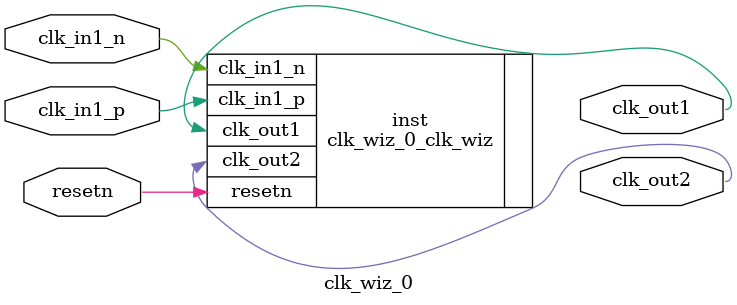
<source format=v>


`timescale 1ps/1ps

(* CORE_GENERATION_INFO = "clk_wiz_0,clk_wiz_v6_0_13_0_0,{component_name=clk_wiz_0,use_phase_alignment=false,use_min_o_jitter=false,use_max_i_jitter=false,use_dyn_phase_shift=false,use_inclk_switchover=false,use_dyn_reconfig=false,enable_axi=0,feedback_source=FDBK_AUTO,PRIMITIVE=MMCM,num_out_clk=2,clkin1_period=5.000,clkin2_period=10.0,use_power_down=false,use_reset=true,use_locked=false,use_inclk_stopped=false,feedback_type=SINGLE,CLOCK_MGR_TYPE=NA,manual_override=false}" *)

module clk_wiz_0 
 (
  // Clock out ports
  output        clk_out1,
  output        clk_out2,
  // Status and control signals
  input         resetn,
 // Clock in ports
  input         clk_in1_p,
  input         clk_in1_n
 );

  clk_wiz_0_clk_wiz inst
  (
  // Clock out ports  
  .clk_out1(clk_out1),
  .clk_out2(clk_out2),
  // Status and control signals               
  .resetn(resetn), 
 // Clock in ports
  .clk_in1_p(clk_in1_p),
  .clk_in1_n(clk_in1_n)
  );

endmodule

</source>
